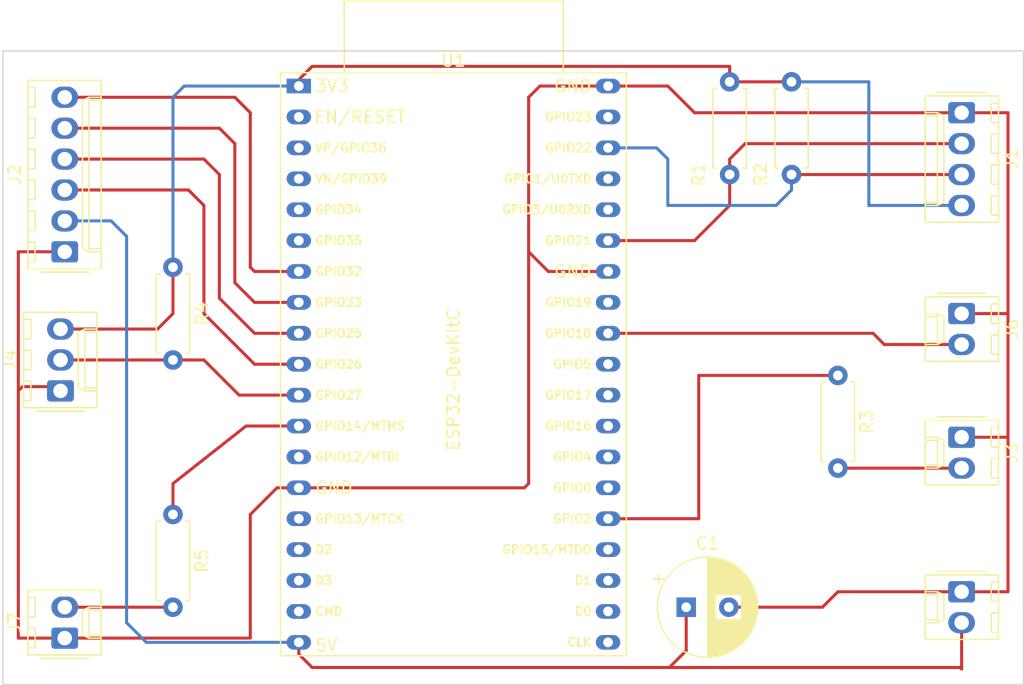
<source format=kicad_pcb>
(kicad_pcb (version 20221018) (generator pcbnew)
  (layers (0 "F.Cu" signal) (31 "B.Cu" signal) (34 "B.Paste" user) (35 "F.Paste" user) (36 "B.SilkS" user "B.Silkscreen") (37 "F.SilkS" user "F.Silkscreen") (38 "B.Mask" user) (39 "F.Mask" user) (44 "Edge.Cuts" user))
  (net 0 "")
  (net 1 "GND")
  (net 2 "BH1750_SDA")
  (net 3 "BH1750_SCL")
  (net 4 "+3V3")
  (net 5 "+5V")
  (net 6 "RELAY_2")
  (net 7 "RELAY_1")
  (net 8 "RELAY_3")
  (net 9 "Button")
  (net 10 "CH1_OneWire")
  (net 11 "Net-(J7-Pin_2)")
  (net 17 "LED_Status")
  (net 30 "LED_Debug")
  (net 35 "Net-(J3-Pin_2)")
  (net 36 "RELAY_4")
  (footprint "Resistor_THT:R_Axial_DIN0207_L6.3mm_D2.5mm_P7.62mm_Horizontal" (layer "F.Cu") (at 168.91 66.04 -90)
    (fp_text reference "R1" (at 7.62 2.54 90) (layer "F.SilkS"))
    (fp_text value "4.7k")
    (pad "1" thru_hole circle (at 0 0 270) (size 1.6 1.6) (drill 0.8) (layers "*.Cu" "*.Mask") (net 4 "+3V3"))
    (pad "2" thru_hole oval (at 7.62 0 270) (size 1.6 1.6) (drill 0.8) (layers "*.Cu" "*.Mask") (net 2 "BH1750_SDA"))
  )
  (footprint "PCM_Espressif:ESP32-DevKitC" (layer "F.Cu") (at 133.525 66.3881)
    (fp_text reference "U1" (at 12.7 -2.1) (layer "F.SilkS"))
    (fp_text value "ESP32-DevKitC" (at 12.7 24.13 90) (layer "F.SilkS"))
    (fp_text user "GND" (at 24.13 15.24 unlocked) (layer "F.SilkS") (effects (justify right)))
    (fp_text user "D3" (at 1.27 40.64 unlocked) (layer "F.SilkS") (effects (font (size 0.7 0.7)) (justify left)))
    (fp_text user "EN/RESET" (at 8.88632 2.53728 unlocked) (layer "F.SilkS") (effects (justify right)))
    (fp_text user "CLK" (at 24.13 45.72 unlocked) (layer "F.SilkS") (effects (font (size 0.7 0.7)) (justify right)))
    (fp_text user "GPIO26" (at 1.27 22.86 unlocked) (layer "F.SilkS") (effects (font (size 0.7 0.7)) (justify left)))
    (fp_text user "GPIO2" (at 24.13 35.56 unlocked) (layer "F.SilkS") (effects (font (size 0.7 0.7)) (justify right)))
    (fp_text user "GPIO34" (at 1.27 10.16 unlocked) (layer "F.SilkS") (effects (font (size 0.7 0.7)) (justify left)))
    (fp_text user "D0" (at 24.13 43.18 unlocked) (layer "F.SilkS") (effects (font (size 0.7 0.7)) (justify right)))
    (fp_text user "GPIO23" (at 24.13 2.54 unlocked) (layer "F.SilkS") (effects (font (size 0.7 0.7)) (justify right)))
    (fp_text user "GPIO12/MTDI" (at 1.27 30.48 unlocked) (layer "F.SilkS") (effects (font (size 0.7 0.7)) (justify left)))
    (fp_text user "GPIO0" (at 24.13 33.02 unlocked) (layer "F.SilkS") (effects (font (size 0.7 0.7)) (justify right)))
    (fp_text user "VP/GPIO36" (at 1.27 5.08 unlocked) (layer "F.SilkS") (effects (font (size 0.7 0.7)) (justify left)))
    (fp_text user "GPIO25" (at 1.27 20.32 unlocked) (layer "F.SilkS") (effects (font (size 0.7 0.7)) (justify left)))
    (fp_text user "GND" (at 24.13 0 unlocked) (layer "F.SilkS") (effects (justify right)))
    (fp_text user "GPIO18" (at 24.13 20.32 unlocked) (layer "F.SilkS") (effects (font (size 0.7 0.7)) (justify right)))
    (fp_text user "3V3" (at 1.27 0 unlocked) (layer "F.SilkS") (effects (justify left)))
    (fp_text user "D1" (at 24.13 40.64 unlocked) (layer "F.SilkS") (effects (font (size 0.7 0.7)) (justify right)))
    (fp_text user "GPIO1/U0TXD" (at 24.13 7.62 unlocked) (layer "F.SilkS") (effects (font (size 0.7 0.7)) (justify right)))
    (fp_text user "GPIO35" (at 1.27 12.7 unlocked) (layer "F.SilkS") (effects (font (size 0.7 0.7)) (justify left)))
    (fp_text user "GPIO27" (at 1.27 25.4 unlocked) (layer "F.SilkS") (effects (font (size 0.7 0.7)) (justify left)))
    (fp_text user "GPIO15/MTDO" (at 24.13 38.1 unlocked) (layer "F.SilkS") (effects (font (size 0.7 0.7)) (justify right)))
    (fp_text user "VN/GPIO39" (at 1.27 7.62 unlocked) (layer "F.SilkS") (effects (font (size 0.7 0.7)) (justify left)))
    (fp_text user "GPIO3/U0RXD" (at 24.13 10.16 unlocked) (layer "F.SilkS") (effects (font (size 0.7 0.7)) (justify right)))
    (fp_text user "GPIO21" (at 24.13 12.7 unlocked) (layer "F.SilkS") (effects (font (size 0.7 0.7)) (justify right)))
    (fp_text user "GPIO14/MTMS" (at 1.27 27.94 unlocked) (layer "F.SilkS") (effects (font (size 0.7 0.7)) (justify left)))
    (fp_text user "GPIO16" (at 24.13 27.94 unlocked) (layer "F.SilkS") (effects (font (size 0.7 0.7)) (justify right)))
    (fp_text user "GPIO33" (at 1.27 17.78 unlocked) (layer "F.SilkS") (effects (font (size 0.7 0.7)) (justify left)))
    (fp_text user "GPIO19" (at 24.13 17.78 unlocked) (layer "F.SilkS") (effects (font (size 0.7 0.7)) (justify right)))
    (fp_text user "GND" (at 1.27 33.02 unlocked) (layer "F.SilkS") (effects (justify left)))
    (fp_text user "5V" (at 1.26632 45.97128 unlocked) (layer "F.SilkS") (effects (justify left)))
    (fp_text user "CMD" (at 1.27 43.18 unlocked) (layer "F.SilkS") (effects (font (size 0.7 0.7)) (justify left)))
    (fp_text user "D2" (at 1.27 38.1 unlocked) (layer "F.SilkS") (effects (font (size 0.7 0.7)) (justify left)))
    (fp_text user "GPIO5" (at 24.13 22.86 unlocked) (layer "F.SilkS") (effects (font (size 0.7 0.7)) (justify right)))
    (fp_text user "GPIO13/MTCK" (at 1.27 35.56 unlocked) (layer "F.SilkS") (effects (font (size 0.7 0.7)) (justify left)))
    (fp_text user "GPIO4" (at 24.13 30.48 unlocked) (layer "F.SilkS") (effects (font (size 0.7 0.7)) (justify right)))
    (fp_text user "GPIO32" (at 1.27 15.24 unlocked) (layer "F.SilkS") (effects (font (size 0.7 0.7)) (justify left)))
    (fp_text user "GPIO22" (at 24.13 5.08 unlocked) (layer "F.SilkS") (effects (font (size 0.7 0.7)) (justify right)))
    (fp_text user "GPIO17" (at 24.13 25.4 unlocked) (layer "F.SilkS") (effects (font (size 0.7 0.7)) (justify right)))
    (pad "1" thru_hole rect (at 0 0 270) (size 1.2 2) (drill 0.8) (layers "*.Cu" "*.Mask") (net 4 "+3V3"))
    (pad "2" thru_hole oval (at 0 2.54 270) (size 1.2 2) (drill 0.8) (layers "*.Cu" "*.Mask"))
    (pad "3" thru_hole oval (at 0 5.08 270) (size 1.2 2) (drill 0.8) (layers "*.Cu" "*.Mask"))
    (pad "4" thru_hole oval (at 0 7.62 270) (size 1.2 2) (drill 0.8) (layers "*.Cu" "*.Mask"))
    (pad "5" thru_hole oval (at 0 10.16 270) (size 1.2 2) (drill 0.8) (layers "*.Cu" "*.Mask"))
    (pad "6" thru_hole oval (at 0 12.7 270) (size 1.2 2) (drill 0.8) (layers "*.Cu" "*.Mask"))
    (pad "7" thru_hole oval (at 0 15.24 270) (size 1.2 2) (drill 0.8) (layers "*.Cu" "*.Mask") (net 36 "RELAY_4"))
    (pad "8" thru_hole oval (at 0 17.78 270) (size 1.2 2) (drill 0.8) (layers "*.Cu" "*.Mask") (net 8 "RELAY_3"))
    (pad "9" thru_hole oval (at 0 20.32 270) (size 1.2 2) (drill 0.8) (layers "*.Cu" "*.Mask") (net 6 "RELAY_2"))
    (pad "10" thru_hole oval (at 0 22.86 270) (size 1.2 2) (drill 0.8) (layers "*.Cu" "*.Mask") (net 7 "RELAY_1"))
    (pad "11" thru_hole oval (at 0 25.4 270) (size 1.2 2) (drill 0.8) (layers "*.Cu" "*.Mask") (net 10 "CH1_OneWire"))
    (pad "12" thru_hole oval (at 0 27.94 270) (size 1.2 2) (drill 0.8) (layers "*.Cu" "*.Mask") (net 30 "LED_Debug"))
    (pad "13" thru_hole oval (at 0 30.48 270) (size 1.2 2) (drill 0.8) (layers "*.Cu" "*.Mask"))
    (pad "14" thru_hole oval (at 0 33.02 270) (size 1.2 2) (drill 0.8) (layers "*.Cu" "*.Mask") (net 1 "GND"))
    (pad "15" thru_hole oval (at 0 35.56 270) (size 1.2 2) (drill 0.8) (layers "*.Cu" "*.Mask"))
    (pad "16" thru_hole oval (at 0 38.1 270) (size 1.2 2) (drill 0.8) (layers "*.Cu" "*.Mask"))
    (pad "17" thru_hole oval (at 0 40.64 270) (size 1.2 2) (drill 0.8) (layers "*.Cu" "*.Mask"))
    (pad "18" thru_hole oval (at 0 43.18 270) (size 1.2 2) (drill 0.8) (layers "*.Cu" "*.Mask"))
    (pad "19" thru_hole oval (at 0 45.72 270) (size 1.2 2) (drill 0.8) (layers "*.Cu" "*.Mask") (net 5 "+5V"))
    (pad "20" thru_hole oval (at 25.39632 45.71728 270) (size 1.2 2) (drill 0.8) (layers "*.Cu" "*.Mask"))
    (pad "21" thru_hole oval (at 25.39632 43.17728 270) (size 1.2 2) (drill 0.8) (layers "*.Cu" "*.Mask"))
    (pad "22" thru_hole oval (at 25.4 40.64 270) (size 1.2 2) (drill 0.8) (layers "*.Cu" "*.Mask"))
    (pad "23" thru_hole oval (at 25.4 38.1 270) (size 1.2 2) (drill 0.8) (layers "*.Cu" "*.Mask"))
    (pad "24" thru_hole oval (at 25.4 35.56 270) (size 1.2 2) (drill 0.8) (layers "*.Cu" "*.Mask") (net 17 "LED_Status"))
    (pad "25" thru_hole oval (at 25.4 33.02 270) (size 1.2 2) (drill 0.8) (layers "*.Cu" "*.Mask"))
    (pad "26" thru_hole oval (at 25.4 30.48 270) (size 1.2 2) (drill 0.8) (layers "*.Cu" "*.Mask"))
    (pad "27" thru_hole oval (at 25.4 27.94 270) (size 1.2 2) (drill 0.8) (layers "*.Cu" "*.Mask"))
    (pad "28" thru_hole oval (at 25.4 25.4 270) (size 1.2 2) (drill 0.8) (layers "*.Cu" "*.Mask"))
    (pad "29" thru_hole oval (at 25.4 22.86 270) (size 1.2 2) (drill 0.8) (layers "*.Cu" "*.Mask"))
    (pad "30" thru_hole oval (at 25.4 20.32 270) (size 1.2 2) (drill 0.8) (layers "*.Cu" "*.Mask") (net 9 "Button"))
    (pad "31" thru_hole oval (at 25.4 17.78 270) (size 1.2 2) (drill 0.8) (layers "*.Cu" "*.Mask"))
    (pad "32" thru_hole oval (at 25.4 15.24 270) (size 1.2 2) (drill 0.8) (layers "*.Cu" "*.Mask") (net 1 "GND"))
    (pad "33" thru_hole oval (at 25.4 12.7 270) (size 1.2 2) (drill 0.8) (layers "*.Cu" "*.Mask") (net 2 "BH1750_SDA"))
    (pad "34" thru_hole oval (at 25.4 10.16 270) (size 1.2 2) (drill 0.8) (layers "*.Cu" "*.Mask"))
    (pad "35" thru_hole oval (at 25.4 7.62 270) (size 1.2 2) (drill 0.8) (layers "*.Cu" "*.Mask"))
    (pad "36" thru_hole oval (at 25.4 5.08 270) (size 1.2 2) (drill 0.8) (layers "*.Cu" "*.Mask") (net 3 "BH1750_SCL"))
    (pad "37" thru_hole oval (at 25.4 2.54 270) (size 1.2 2) (drill 0.8) (layers "*.Cu" "*.Mask"))
    (pad "38" thru_hole oval (at 25.4 0 270) (size 1.2 2) (drill 0.8) (layers "*.Cu" "*.Mask") (net 1 "GND"))
  )
  (footprint "Capacitor_THT:CP_Radial_D8.0mm_P3.50mm" (layer "F.Cu") (at 165.34 109.22)
    (fp_text reference "C1" (at 1.75 -5.25) (layer "F.SilkS"))
    (fp_text value "470u")
    (pad "1" thru_hole rect (at 0 0) (size 1.6 1.6) (drill 0.8) (layers "*.Cu" "*.Mask") (net 5 "+5V"))
    (pad "2" thru_hole circle (at 3.5 0) (size 1.6 1.6) (drill 0.8) (layers "*.Cu" "*.Mask") (net 1 "GND"))
  )
  (footprint "Connector_Molex:Molex_KK-254_AE-6410-02A_1x02_P2.54mm_Vertical" (layer "F.Cu") (at 114.3 111.76 90)
    (fp_text reference "J7" (at 1.27 -4.12 90) (layer "F.SilkS"))
    (fp_text value "LED_Debug")
    (pad "1" thru_hole roundrect (at 0 0 90) (size 1.74 2.19) (drill 1.19) (layers "*.Cu" "*.Mask") (roundrect_rratio 0.143678) (net 1 "GND"))
    (pad "2" thru_hole oval (at 2.54 0 90) (size 1.74 2.19) (drill 1.19) (layers "*.Cu" "*.Mask") (net 11 "Net-(J7-Pin_2)"))
  )
  (footprint "Resistor_THT:R_Axial_DIN0207_L6.3mm_D2.5mm_P7.62mm_Horizontal" (layer "F.Cu") (at 177.8 90.17 -90)
    (fp_text reference "R3" (at 3.81 -2.37 90) (layer "F.SilkS"))
    (fp_text value "330")
    (pad "1" thru_hole circle (at 0 0 270) (size 1.6 1.6) (drill 0.8) (layers "*.Cu" "*.Mask") (net 17 "LED_Status"))
    (pad "2" thru_hole oval (at 7.62 0 270) (size 1.6 1.6) (drill 0.8) (layers "*.Cu" "*.Mask") (net 35 "Net-(J3-Pin_2)"))
  )
  (footprint "Resistor_THT:R_Axial_DIN0207_L6.3mm_D2.5mm_P7.62mm_Horizontal" (layer "F.Cu") (at 173.99 66.04 -90)
    (fp_text reference "R2" (at 7.62 2.54 90) (layer "F.SilkS"))
    (fp_text value "4.7k")
    (pad "1" thru_hole circle (at 0 0 270) (size 1.6 1.6) (drill 0.8) (layers "*.Cu" "*.Mask") (net 4 "+3V3"))
    (pad "2" thru_hole oval (at 7.62 0 270) (size 1.6 1.6) (drill 0.8) (layers "*.Cu" "*.Mask") (net 3 "BH1750_SCL"))
  )
  (footprint "Resistor_THT:R_Axial_DIN0207_L6.3mm_D2.5mm_P7.62mm_Horizontal" (layer "F.Cu") (at 123.19 81.28 -90)
    (fp_text reference "R4" (at 3.81 -2.37 90) (layer "F.SilkS"))
    (fp_text value "4.7k")
    (pad "1" thru_hole circle (at 0 0 270) (size 1.6 1.6) (drill 0.8) (layers "*.Cu" "*.Mask") (net 4 "+3V3"))
    (pad "2" thru_hole oval (at 7.62 0 270) (size 1.6 1.6) (drill 0.8) (layers "*.Cu" "*.Mask") (net 10 "CH1_OneWire"))
  )
  (footprint "Connector_Molex:Molex_KK-254_AE-6410-02A_1x02_P2.54mm_Vertical" (layer "F.Cu") (at 187.96 85.09 -90)
    (fp_text reference "J6" (at 1.27 -4.12 90) (layer "F.SilkS"))
    (fp_text value "Button")
    (pad "1" thru_hole roundrect (at 0 0 270) (size 1.74 2.19) (drill 1.19) (layers "*.Cu" "*.Mask") (roundrect_rratio 0.1436781609) (net 1 "GND"))
    (pad "2" thru_hole oval (at 2.54 0 270) (size 1.74 2.19) (drill 1.19) (layers "*.Cu" "*.Mask") (net 9 "Button"))
  )
  (footprint "Connector_Molex:Molex_KK-254_AE-6410-02A_1x02_P2.54mm_Vertical" (layer "F.Cu") (at 187.96 95.25 -90)
    (fp_text reference "J3" (at 1.27 -4.12 90) (layer "F.SilkS"))
    (fp_text value "LED_Status")
    (pad "1" thru_hole roundrect (at 0 0 270) (size 1.74 2.19) (drill 1.19) (layers "*.Cu" "*.Mask") (roundrect_rratio 0.1436781609) (net 1 "GND"))
    (pad "2" thru_hole oval (at 2.54 0 270) (size 1.74 2.19) (drill 1.19) (layers "*.Cu" "*.Mask") (net 35 "Net-(J3-Pin_2)"))
  )
  (footprint "Resistor_THT:R_Axial_DIN0207_L6.3mm_D2.5mm_P7.62mm_Horizontal" (layer "F.Cu") (at 123.19 101.6 -90)
    (fp_text reference "R5" (at 3.81 -2.37 90) (layer "F.SilkS"))
    (fp_text value "330")
    (pad "1" thru_hole circle (at 0 0 270) (size 1.6 1.6) (drill 0.8) (layers "*.Cu" "*.Mask") (net 30 "LED_Debug"))
    (pad "2" thru_hole oval (at 7.62 0 270) (size 1.6 1.6) (drill 0.8) (layers "*.Cu" "*.Mask") (net 11 "Net-(J7-Pin_2)"))
  )
  (footprint "Connector_Molex:Molex_KK-254_AE-6410-02A_1x02_P2.54mm_Vertical" (layer "F.Cu") (at 187.96 107.95 -90)
    (fp_text reference "J5" hide)
    (fp_text value "Power")
    (pad "1" thru_hole roundrect (at 0 0 270) (size 1.74 2.19) (drill 1.19) (layers "*.Cu" "*.Mask") (roundrect_rratio 0.1436781609) (net 1 "GND"))
    (pad "2" thru_hole oval (at 2.54 0 270) (size 1.74 2.19) (drill 1.19) (layers "*.Cu" "*.Mask") (net 5 "+5V"))
  )
  (footprint "Connector_Molex:Molex_KK-254_AE-6410-03A_1x03_P2.54mm_Vertical" (layer "F.Cu") (at 113.9519 91.44 90)
    (fp_text reference "J4" (at 2.54 -4.12 90) (layer "F.SilkS"))
    (fp_text value "1-Wire CH1")
    (pad "1" thru_hole roundrect (at 0 0 90) (size 1.74 2.19) (drill 1.19) (layers "*.Cu" "*.Mask") (roundrect_rratio 0.1436781609) (net 1 "GND"))
    (pad "2" thru_hole oval (at 2.54 0 90) (size 1.74 2.19) (drill 1.19) (layers "*.Cu" "*.Mask") (net 10 "CH1_OneWire"))
    (pad "3" thru_hole oval (at 5.08 0 90) (size 1.74 2.19) (drill 1.19) (layers "*.Cu" "*.Mask") (net 4 "+3V3"))
  )
  (footprint "Connector_Molex:Molex_KK-254_AE-6410-06A_1x06_P2.54mm_Vertical" (layer "F.Cu") (at 114.3 80.01 90)
    (fp_text reference "J2" (at 6.35 -4.12 90) (layer "F.SilkS"))
    (fp_text value "Relay_Module")
    (pad "1" thru_hole roundrect (at 0 0 90) (size 1.74 2.19) (drill 1.19) (layers "*.Cu" "*.Mask") (roundrect_rratio 0.1436781609) (net 1 "GND"))
    (pad "2" thru_hole oval (at 2.54 0 90) (size 1.74 2.19) (drill 1.19) (layers "*.Cu" "*.Mask") (net 5 "+5V"))
    (pad "3" thru_hole oval (at 5.08 0 90) (size 1.74 2.19) (drill 1.19) (layers "*.Cu" "*.Mask") (net 7 "RELAY_1"))
    (pad "4" thru_hole oval (at 7.62 0 90) (size 1.74 2.19) (drill 1.19) (layers "*.Cu" "*.Mask") (net 6 "RELAY_2"))
    (pad "5" thru_hole oval (at 10.16 0 90) (size 1.74 2.19) (drill 1.19) (layers "*.Cu" "*.Mask") (net 8 "RELAY_3"))
    (pad "6" thru_hole oval (at 12.7 0 90) (size 1.74 2.19) (drill 1.19) (layers "*.Cu" "*.Mask") (net 36 "RELAY_4"))
  )
  (footprint "Connector_Molex:Molex_KK-254_AE-6410-04A_1x04_P2.54mm_Vertical" (layer "F.Cu") (at 187.96 68.58 -90)
    (fp_text reference "J1" (at 3.81 -4.12 90) (layer "F.SilkS"))
    (fp_text value "BME280")
    (pad "1" thru_hole roundrect (at 0 0 270) (size 1.74 2.19) (drill 1.19) (layers "*.Cu" "*.Mask") (roundrect_rratio 0.1436781609) (net 1 "GND"))
    (pad "2" thru_hole oval (at 2.54 0 270) (size 1.74 2.19) (drill 1.19) (layers "*.Cu" "*.Mask") (net 2 "BH1750_SDA"))
    (pad "3" thru_hole oval (at 5.08 0 270) (size 1.74 2.19) (drill 1.19) (layers "*.Cu" "*.Mask") (net 3 "BH1750_SCL"))
    (pad "4" thru_hole oval (at 7.62 0 270) (size 1.74 2.19) (drill 1.19) (layers "*.Cu" "*.Mask") (net 4 "+3V3"))
  )
  (gr_rect (start 109.22 63.5) (end 193.04 115.57) (stroke (width 0.1)) (fill none) (layer "Edge.Cuts"))
  (segment (start 152.4 80.01) (end 154.018 81.6281) (width 0.25) (layer "F.Cu") (net 1))
  (segment (start 153.322 66.3881) (end 152.4 67.31) (width 0.25) (layer "F.Cu") (net 1))
  (segment (start 166.0219 68.58) (end 187.96 68.58) (width 0.25) (layer "F.Cu") (net 1))
  (segment (start 114.3 111.76) (end 110.49 111.76) (width 0.25) (layer "F.Cu") (net 1))
  (segment (start 152.4 99.06) (end 152.4 80.01) (width 0.25) (layer "F.Cu") (net 1))
  (segment (start 191.77 68.58) (end 191.77 85.09) (width 0.25) (layer "F.Cu") (net 1))
  (segment (start 154.018 81.6281) (end 158.925 81.6281) (width 0.25) (layer "F.Cu") (net 1))
  (segment (start 129.54 111.76) (end 114.3 111.76) (width 0.25) (layer "F.Cu") (net 1))
  (segment (start 163.83 66.3881) (end 166.0219 68.58) (width 0.25) (layer "F.Cu") (net 1))
  (segment (start 152.4 67.31) (end 152.4 80.01) (width 0.25) (layer "F.Cu") (net 1))
  (segment (start 129.54 101.6) (end 129.54 111.76) (width 0.25) (layer "F.Cu") (net 1))
  (segment (start 110.49 80.01) (end 110.49 91.44) (width 0.25) (layer "F.Cu") (net 1))
  (segment (start 110.49 111.76) (end 110.49 91.44) (width 0.25) (layer "F.Cu") (net 1))
  (segment (start 114.3 80.01) (end 110.49 80.01) (width 0.25) (layer "F.Cu") (net 1))
  (segment (start 110.49 91.44) (end 110.8381 91.0919) (width 0.25) (layer "F.Cu") (net 1))
  (segment (start 133.525 99.4081) (end 152.052 99.4081) (width 0.25) (layer "F.Cu") (net 1))
  (segment (start 131.7319 99.4081) (end 129.54 101.6) (width 0.25) (layer "F.Cu") (net 1))
  (segment (start 168.84 109.22) (end 176.53 109.22) (width 0.25) (layer "F.Cu") (net 1))
  (segment (start 191.77 85.09) (end 191.77 95.25) (width 0.25) (layer "F.Cu") (net 1))
  (segment (start 176.53 109.22) (end 177.8 107.95) (width 0.25) (layer "F.Cu") (net 1))
  (segment (start 152.052 99.4081) (end 152.4 99.06) (width 0.25) (layer "F.Cu") (net 1))
  (segment (start 187.96 68.58) (end 191.77 68.58) (width 0.25) (layer "F.Cu") (net 1))
  (segment (start 158.925 66.3881) (end 153.322 66.3881) (width 0.25) (layer "F.Cu") (net 1))
  (segment (start 158.925 66.3881) (end 163.83 66.3881) (width 0.25) (layer "F.Cu") (net 1))
  (segment (start 177.8 107.95) (end 187.96 107.95) (width 0.25) (layer "F.Cu") (net 1))
  (segment (start 133.525 99.4081) (end 131.7319 99.4081) (width 0.25) (layer "F.Cu") (net 1))
  (segment (start 191.77 85.09) (end 187.96 85.09) (width 0.25) (layer "F.Cu") (net 1))
  (segment (start 191.77 95.25) (end 187.96 95.25) (width 0.25) (layer "F.Cu") (net 1))
  (segment (start 191.77 107.95) (end 187.96 107.95) (width 0.25) (layer "F.Cu") (net 1))
  (segment (start 191.77 95.25) (end 191.77 107.95) (width 0.25) (layer "F.Cu") (net 1))
  (segment (start 110.8381 91.0919) (end 113.9519 91.0919) (width 0.25) (layer "F.Cu") (net 1))
  (segment (start 168.91 72.39) (end 170.18 71.12) (width 0.25) (layer "F.Cu") (net 2))
  (segment (start 168.91 76.2) (end 166.0219 79.0881) (width 0.25) (layer "F.Cu") (net 2))
  (segment (start 168.91 73.66) (end 168.91 72.39) (width 0.25) (layer "F.Cu") (net 2))
  (segment (start 168.91 73.66) (end 168.91 76.2) (width 0.25) (layer "F.Cu") (net 2))
  (segment (start 166.0219 79.0881) (end 158.925 79.0881) (width 0.25) (layer "F.Cu") (net 2))
  (segment (start 170.18 71.12) (end 187.96 71.12) (width 0.25) (layer "F.Cu") (net 2))
  (segment (start 173.99 73.66) (end 187.96 73.66) (width 0.25) (layer "F.Cu") (net 3))
  (segment (start 163.83 72.39) (end 163.83 76.2) (width 0.25) (layer "B.Cu") (net 3))
  (segment (start 163.83 76.2) (end 172.72 76.2) (width 0.25) (layer "B.Cu") (net 3))
  (segment (start 162.9081 71.4681) (end 163.83 72.39) (width 0.25) (layer "B.Cu") (net 3))
  (segment (start 158.925 71.4681) (end 162.9081 71.4681) (width 0.25) (layer "B.Cu") (net 3))
  (segment (start 172.72 76.2) (end 173.99 74.93) (width 0.25) (layer "B.Cu") (net 3))
  (segment (start 173.99 74.93) (end 173.99 73.66) (width 0.25) (layer "B.Cu") (net 3))
  (segment (start 168.91 66.04) (end 173.99 66.04) (width 0.25) (layer "F.Cu") (net 4))
  (segment (start 123.19 81.28) (end 123.19 85.09) (width 0.25) (layer "F.Cu") (net 4))
  (segment (start 134.62 64.77) (end 168.91 64.77) (width 0.25) (layer "F.Cu") (net 4))
  (segment (start 168.91 64.77) (end 168.91 66.04) (width 0.25) (layer "F.Cu") (net 4))
  (segment (start 123.19 85.09) (end 121.92 86.36) (width 0.25) (layer "F.Cu") (net 4))
  (segment (start 121.92 86.36) (end 113.9519 86.36) (width 0.25) (layer "F.Cu") (net 4))
  (segment (start 133.525 65.865) (end 134.62 64.77) (width 0.25) (layer "F.Cu") (net 4))
  (segment (start 180.34 76.2) (end 187.96 76.2) (width 0.25) (layer "B.Cu") (net 4))
  (segment (start 173.99 66.04) (end 180.34 66.04) (width 0.25) (layer "B.Cu") (net 4))
  (segment (start 133.525 66.3881) (end 124.1119 66.3881) (width 0.25) (layer "B.Cu") (net 4))
  (segment (start 123.19 67.31) (end 123.19 81.28) (width 0.25) (layer "B.Cu") (net 4))
  (segment (start 124.1119 66.3881) (end 123.19 67.31) (width 0.25) (layer "B.Cu") (net 4))
  (segment (start 133.525 66.3881) (end 133.525 65.865) (width 0.25) (layer "B.Cu") (net 4))
  (segment (start 180.34 66.04) (end 180.34 76.2) (width 0.25) (layer "B.Cu") (net 4))
  (segment (start 133.525 112.1081) (end 133.525 112.108) (width 0.25) (layer "F.Cu") (net 5))
  (segment (start 187.96 114.3) (end 187.96 110.49) (width 0.25) (layer "F.Cu") (net 5))
  (segment (start 187.835 114.175) (end 187.96 114.3) (width 0.25) (layer "F.Cu") (net 5))
  (segment (start 133.525 112.1081) (end 133.525 113.08) (width 0.25) (layer "F.Cu") (net 5))
  (segment (start 165.34 112.79) (end 165.34 109.22) (width 0.25) (layer "F.Cu") (net 5))
  (segment (start 163.955 114.175) (end 165.34 112.79) (width 0.25) (layer "F.Cu") (net 5))
  (segment (start 133.525 113.08) (end 134.62 114.175) (width 0.25) (layer "F.Cu") (net 5))
  (segment (start 163.955 114.175) (end 187.835 114.175) (width 0.25) (layer "F.Cu") (net 5))
  (segment (start 134.62 114.175) (end 163.955 114.175) (width 0.25) (layer "F.Cu") (net 5))
  (segment (start 119.38 78.74) (end 119.38 110.49) (width 0.25) (layer "B.Cu") (net 5))
  (segment (start 119.38 110.49) (end 120.9981 112.1081) (width 0.25) (layer "B.Cu") (net 5))
  (segment (start 120.9981 112.1081) (end 133.525 112.1081) (width 0.25) (layer "B.Cu") (net 5))
  (segment (start 114.3 77.47) (end 118.11 77.47) (width 0.25) (layer "B.Cu") (net 5))
  (segment (start 133.525 112.1081) (end 133.525 112.108) (width 0.25) (layer "B.Cu") (net 5))
  (segment (start 118.11 77.47) (end 119.38 78.74) (width 0.25) (layer "B.Cu") (net 5))
  (segment (start 133.525 86.7081) (end 129.8881 86.7081) (width 0.25) (layer "F.Cu") (net 6))
  (segment (start 127 83.82) (end 127 73.66) (width 0.25) (layer "F.Cu") (net 6))
  (segment (start 127 73.66) (end 125.73 72.39) (width 0.25) (layer "F.Cu") (net 6))
  (segment (start 129.8881 86.7081) (end 127 83.82) (width 0.25) (layer "F.Cu") (net 6))
  (segment (start 125.73 72.39) (end 114.3 72.39) (width 0.25) (layer "F.Cu") (net 6))
  (segment (start 124.46 74.93) (end 114.3 74.93) (width 0.25) (layer "F.Cu") (net 7))
  (segment (start 125.73 85.09) (end 125.73 76.2) (width 0.25) (layer "F.Cu") (net 7))
  (segment (start 125.73 76.2) (end 124.46 74.93) (width 0.25) (layer "F.Cu") (net 7))
  (segment (start 133.525 89.2481) (end 129.8881 89.2481) (width 0.25) (layer "F.Cu") (net 7))
  (segment (start 129.8881 89.2481) (end 125.73 85.09) (width 0.25) (layer "F.Cu") (net 7))
  (segment (start 129.8881 84.1681) (end 128.27 82.55) (width 0.25) (layer "F.Cu") (net 8))
  (segment (start 127 69.85) (end 114.3 69.85) (width 0.25) (layer "F.Cu") (net 8))
  (segment (start 128.27 71.12) (end 127 69.85) (width 0.25) (layer "F.Cu") (net 8))
  (segment (start 128.27 82.55) (end 128.27 71.12) (width 0.25) (layer "F.Cu") (net 8))
  (segment (start 133.525 84.1681) (end 129.8881 84.1681) (width 0.25) (layer "F.Cu") (net 8))
  (segment (start 181.61 87.63) (end 187.96 87.63) (width 0.25) (layer "F.Cu") (net 9))
  (segment (start 158.925 86.7081) (end 180.6881 86.7081) (width 0.25) (layer "F.Cu") (net 9))
  (segment (start 180.6881 86.7081) (end 181.61 87.63) (width 0.25) (layer "F.Cu") (net 9))
  (segment (start 133.525 91.7881) (end 128.6181 91.7881) (width 0.25) (layer "F.Cu") (net 10))
  (segment (start 125.73 88.9) (end 123.19 88.9) (width 0.25) (layer "F.Cu") (net 10))
  (segment (start 128.6181 91.7881) (end 125.73 88.9) (width 0.25) (layer "F.Cu") (net 10))
  (segment (start 113.9519 88.9) (end 123.19 88.9) (width 0.25) (layer "F.Cu") (net 10))
  (segment (start 114.3 109.22) (end 123.19 109.22) (width 0.25) (layer "F.Cu") (net 11))
  (segment (start 166.37 101.9481) (end 166.37 90.17) (width 0.25) (layer "F.Cu") (net 17))
  (segment (start 166.37 90.17) (end 177.8 90.17) (width 0.25) (layer "F.Cu") (net 17))
  (segment (start 158.925 101.9481) (end 166.37 101.9481) (width 0.25) (layer "F.Cu") (net 17))
  (segment (start 158.9251 101.948) (end 158.925 101.9481) (width 0.25) (layer "B.Cu") (net 17))
  (segment (start 158.925 101.948) (end 158.9251 101.948) (width 0.25) (layer "B.Cu") (net 17))
  (segment (start 123.19 99.06) (end 123.19 101.6) (width 0.25) (layer "F.Cu") (net 30))
  (segment (start 129.1919 94.3281) (end 123.19 99.06) (width 0.25) (layer "F.Cu") (net 30))
  (segment (start 133.525 94.3281) (end 129.1919 94.3281) (width 0.25) (layer "F.Cu") (net 30))
  (segment (start 177.8 97.79) (end 187.96 97.79) (width 0.25) (layer "F.Cu") (net 35))
  (segment (start 133.525 81.6281) (end 129.8881 81.6281) (width 0.25) (layer "F.Cu") (net 36))
  (segment (start 129.54 68.58) (end 128.27 67.31) (width 0.25) (layer "F.Cu") (net 36))
  (segment (start 128.27 67.31) (end 114.3 67.31) (width 0.25) (layer "F.Cu") (net 36))
  (segment (start 129.8881 81.6281) (end 129.54 81.28) (width 0.25) (layer "F.Cu") (net 36))
  (segment (start 129.54 81.28) (end 129.54 68.58) (width 0.25) (layer "F.Cu") (net 36))
)
</source>
